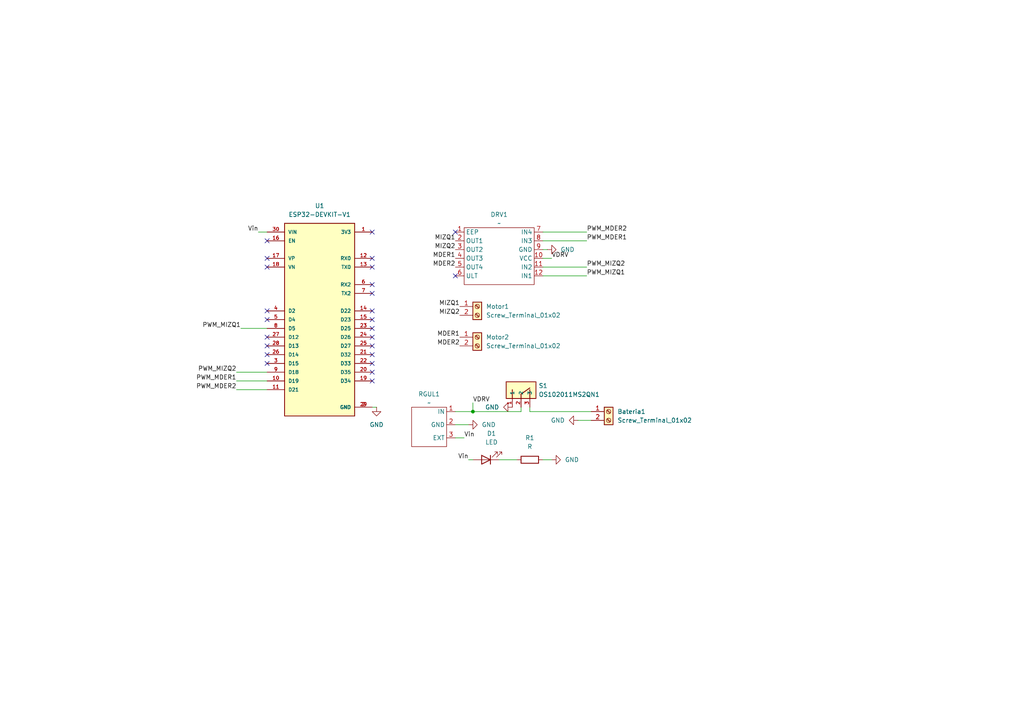
<source format=kicad_sch>
(kicad_sch (version 20250114) (generator "eeschema") (generator_version "9.0")
  (paper "A4")
  (lib_symbols
    (symbol "Connector:Screw_Terminal_01x02" (pin_names (offset 1.016) (hide yes))
      (property "Reference" "J" (at 0 2.54 0))
      (property "Value" "Screw_Terminal_01x02" (at 0 -5.08 0))
      (symbol "Screw_Terminal_01x02_1_1"
        (rectangle (start -1.27 1.27) (end 1.27 -3.81) (stroke (width 0.254)) (fill (type background)))
        (polyline (pts (xy -0.5334 0.3302) (xy 0.3302 -0.508)) (stroke (width 0.1524)))
        (polyline (pts (xy -0.5334 -2.2098) (xy 0.3302 -3.048)) (stroke (width 0.1524)))
        (polyline (pts (xy -0.3556 0.508) (xy 0.508 -0.3302)) (stroke (width 0.1524)))
        (polyline (pts (xy -0.3556 -2.032) (xy 0.508 -2.8702)) (stroke (width 0.1524)))
        (circle (center 0 0) (radius 0.635) (stroke (width 0.1524)))
        (circle (center 0 -2.54) (radius 0.635) (stroke (width 0.1524)))
        (pin passive line (at -5.08 0 0) (length 3.81) (name "Pin_1") (number "1"))
        (pin passive line (at -5.08 -2.54 0) (length 3.81) (name "Pin_2") (number "2"))
      )
    )
    (symbol "DRV_8833:DRV8833"
      (property "Reference" "DRV" (at 0 0 0))
      (symbol "DRV8833_0_1"
        (rectangle (start -10.16 5.08) (end 10.16 -11.43))
      )
      (symbol "DRV8833_1_1"
        (pin input line (at -12.7 3.81 0) (length 2.54) (name "EEP") (number "1"))
        (pin input line (at -12.7 1.27 0) (length 2.54) (name "OUT1") (number "2"))
        (pin input line (at -12.7 -1.27 0) (length 2.54) (name "OUT2") (number "3"))
        (pin input line (at -12.7 -3.81 0) (length 2.54) (name "OUT3") (number "4"))
        (pin input line (at -12.7 -6.35 0) (length 2.54) (name "OUT4") (number "5"))
        (pin input line (at -12.7 -8.89 0) (length 2.54) (name "ULT") (number "6"))
        (pin input line (at 12.7 3.81 180) (length 2.54) (name "IN4") (number "7"))
        (pin input line (at 12.7 1.27 180) (length 2.54) (name "IN3") (number "8"))
        (pin input line (at 12.7 -1.27 180) (length 2.54) (name "GND") (number "9"))
        (pin input line (at 12.7 -3.81 180) (length 2.54) (name "VCC") (number "10"))
        (pin input line (at 12.7 -6.35 180) (length 2.54) (name "IN2") (number "11"))
        (pin input line (at 12.7 -8.89 180) (length 2.54) (name "IN1") (number "12"))
      )
    )
    (symbol "Device:LED" (pin_numbers (hide yes)) (pin_names (offset 1.016) (hide yes))
      (property "Reference" "D" (at 0 2.54 0))
      (property "Value" "LED" (at 0 -2.54 0))
      (symbol "LED_0_1"
        (polyline (pts (xy -3.048 -0.762) (xy -4.572 -2.286) (xy -3.81 -2.286) (xy -4.572 -2.286) (xy -4.572 -1.524)))
        (polyline (pts (xy -1.778 -0.762) (xy -3.302 -2.286) (xy -2.54 -2.286) (xy -3.302 -2.286) (xy -3.302 -1.524)))
        (polyline (pts (xy -1.27 0) (xy 1.27 0)))
        (polyline (pts (xy -1.27 -1.27) (xy -1.27 1.27)) (stroke (width 0.254)))
        (polyline (pts (xy 1.27 -1.27) (xy 1.27 1.27) (xy -1.27 0) (xy 1.27 -1.27)) (stroke (width 0.254)))
      )
      (symbol "LED_1_1"
        (pin passive line (at -3.81 0 0) (length 2.54) (name "K") (number "1"))
        (pin passive line (at 3.81 0 180) (length 2.54) (name "A") (number "2"))
      )
    )
    (symbol "Device:R" (pin_numbers (hide yes)) (pin_names (offset 0))
      (property "Reference" "R" (at 2.032 0 90))
      (property "Value" "R" (at 0 0 90))
      (symbol "R_0_1"
        (rectangle (start -1.016 -2.54) (end 1.016 2.54) (stroke (width 0.254)))
      )
      (symbol "R_1_1"
        (pin passive line (at 0 3.81 270) (length 1.27) (name "~") (number "1"))
        (pin passive line (at 0 -3.81 90) (length 1.27) (name "~") (number "2"))
      )
    )
    (symbol "ESP32-DEVKIT-V1:ESP32-DEVKIT-V1" (pin_names (offset 1.016))
      (property "Reference" "U" (at -10.16 30.48 0))
      (property "Value" "ESP32-DEVKIT-V1" (at -10.16 -30.48 0))
      (symbol "ESP32-DEVKIT-V1_0_0"
        (rectangle (start -10.16 -27.94) (end 10.16 27.94) (stroke (width 0.254)) (fill (type background)))
        (pin input line (at -15.24 25.4 0) (length 5.08) (name "VIN") (number "30"))
        (pin input line (at -15.24 22.86 0) (length 5.08) (name "EN") (number "16"))
        (pin bidirectional line (at -15.24 17.78 0) (length 5.08) (name "VP") (number "17"))
        (pin bidirectional line (at -15.24 15.24 0) (length 5.08) (name "VN") (number "18"))
        (pin bidirectional line (at -15.24 2.54 0) (length 5.08) (name "D2") (number "4"))
        (pin bidirectional line (at -15.24 0 0) (length 5.08) (name "D4") (number "5"))
        (pin bidirectional line (at -15.24 -2.54 0) (length 5.08) (name "D5") (number "8"))
        (pin bidirectional line (at -15.24 -5.08 0) (length 5.08) (name "D12") (number "27"))
        (pin bidirectional line (at -15.24 -7.62 0) (length 5.08) (name "D13") (number "28"))
        (pin bidirectional line (at -15.24 -10.16 0) (length 5.08) (name "D14") (number "26"))
        (pin bidirectional line (at -15.24 -12.7 0) (length 5.08) (name "D15") (number "3"))
        (pin bidirectional line (at -15.24 -15.24 0) (length 5.08) (name "D18") (number "9"))
        (pin bidirectional line (at -15.24 -17.78 0) (length 5.08) (name "D19") (number "10"))
        (pin bidirectional line (at -15.24 -20.32 0) (length 5.08) (name "D21") (number "11"))
        (pin output line (at 15.24 25.4 180) (length 5.08) (name "3V3") (number "1"))
        (pin input line (at 15.24 17.78 180) (length 5.08) (name "RX0") (number "12"))
        (pin output line (at 15.24 15.24 180) (length 5.08) (name "TX0") (number "13"))
        (pin input line (at 15.24 10.16 180) (length 5.08) (name "RX2") (number "6"))
        (pin output line (at 15.24 7.62 180) (length 5.08) (name "TX2") (number "7"))
        (pin bidirectional line (at 15.24 2.54 180) (length 5.08) (name "D22") (number "14"))
        (pin bidirectional line (at 15.24 0 180) (length 5.08) (name "D23") (number "15"))
        (pin bidirectional line (at 15.24 -2.54 180) (length 5.08) (name "D25") (number "23"))
        (pin bidirectional line (at 15.24 -5.08 180) (length 5.08) (name "D26") (number "24"))
        (pin bidirectional line (at 15.24 -7.62 180) (length 5.08) (name "D27") (number "25"))
        (pin bidirectional line (at 15.24 -10.16 180) (length 5.08) (name "D32") (number "21"))
        (pin bidirectional line (at 15.24 -12.7 180) (length 5.08) (name "D33") (number "22"))
        (pin bidirectional line (at 15.24 -15.24 180) (length 5.08) (name "D35") (number "20"))
        (pin bidirectional line (at 15.24 -17.78 180) (length 5.08) (name "D34") (number "19"))
        (pin power_in line (at 15.24 -25.4 180) (length 5.08) (name "GND") (number "2"))
        (pin power_in line (at 15.24 -25.4 180) (length 5.08) (name "GND") (number "29"))
      )
    )
    (symbol "OS102011MS2QN1:OS102011MS2QN1" (pin_names (offset 1.016))
      (property "Reference" "S" (at -2.5411 5.0822 0))
      (property "Value" "OS102011MS2QN1" (at -2.544 -7.6319 0))
      (symbol "OS102011MS2QN1_0_0"
        (polyline (pts (xy -2.54 2.54) (xy 0 2.54)) (stroke (width 0.254)))
        (polyline (pts (xy -2.54 0) (xy -1.27 0)) (stroke (width 0.254)))
        (polyline (pts (xy -2.54 -2.54) (xy 0 -2.54)) (stroke (width 0.254)))
        (rectangle (start -2.54 -4.318) (end 2.286 4.318) (stroke (width 0.254)) (fill (type background)))
        (polyline (pts (xy -1.27 0) (xy 0.508 -2.54)) (stroke (width 0.254)))
        (pin passive line (at -5.08 2.54 0) (length 2.54) (name "1") (number "1"))
        (pin passive line (at -5.08 0 0) (length 2.54) (name "2") (number "2"))
        (pin passive line (at -5.08 -2.54 0) (length 2.54) (name "3") (number "3"))
      )
    )
    (symbol "Regulador:Regulador"
      (property "Reference" "RGUL" (at 0 6.858 0))
      (symbol "Regulador_1_1"
        (rectangle (start -5.08 5.08) (end 5.08 -6.35))
        (pin input line (at 7.62 3.81 180) (length 2.54) (name "IN") (number "1"))
        (pin input line (at 7.62 0 180) (length 2.54) (name "GND") (number "2"))
        (pin output line (at 7.62 -3.81 180) (length 2.54) (name "EXT") (number "3"))
      )
    )
    (symbol "power:GND" (power) (pin_numbers (hide yes)) (pin_names (offset 0) (hide yes))
      (property "Value" "GND" (at 0 -3.81 0))
      (symbol "GND_0_1"
        (polyline (pts (xy 0 0) (xy 0 -1.27) (xy 1.27 -1.27) (xy 0 -2.54) (xy -1.27 -1.27) (xy 0 -1.27)))
      )
      (symbol "GND_1_1"
        (pin power_in line (at 0 0 270) (length 0) (name "~") (number "1"))
      )
    )
  )
  (junction (at 137.16 119.38))
  (no_connect (at 107.95 102.87))
  (no_connect (at 107.95 74.93))
  (no_connect (at 107.95 90.17))
  (no_connect (at 107.95 107.95))
  (no_connect (at 77.47 105.41))
  (no_connect (at 77.47 97.79))
  (no_connect (at 77.47 102.87))
  (no_connect (at 107.95 92.71))
  (no_connect (at 107.95 95.25))
  (no_connect (at 107.95 110.49))
  (no_connect (at 107.95 97.79))
  (no_connect (at 107.95 85.09))
  (no_connect (at 77.47 77.47))
  (no_connect (at 77.47 74.93))
  (no_connect (at 107.95 77.47))
  (no_connect (at 132.08 67.31))
  (no_connect (at 132.08 80.01))
  (no_connect (at 77.47 92.71))
  (no_connect (at 107.95 67.31))
  (no_connect (at 77.47 69.85))
  (no_connect (at 77.47 100.33))
  (no_connect (at 107.95 82.55))
  (no_connect (at 77.47 90.17))
  (no_connect (at 107.95 100.33))
  (no_connect (at 107.95 105.41))
  (wire (pts (xy 69.85 95.25) (xy 77.47 95.25)))
  (wire (pts (xy 170.18 80.01) (xy 157.48 80.01)))
  (wire (pts (xy 107.95 118.11) (xy 109.22 118.11)))
  (wire (pts (xy 68.58 107.95) (xy 77.47 107.95)))
  (wire (pts (xy 170.18 67.31) (xy 157.48 67.31)))
  (wire (pts (xy 144.78 133.35) (xy 149.86 133.35)))
  (wire (pts (xy 135.89 123.19) (xy 132.08 123.19)))
  (wire (pts (xy 157.48 74.93) (xy 160.02 74.93)))
  (wire (pts (xy 171.45 121.92) (xy 167.64 121.92)))
  (wire (pts (xy 134.62 127) (xy 132.08 127)))
  (wire (pts (xy 151.13 118.11) (xy 151.13 119.38)))
  (wire (pts (xy 132.08 119.38) (xy 137.16 119.38)))
  (wire (pts (xy 68.58 110.49) (xy 77.47 110.49)))
  (wire (pts (xy 153.67 119.38) (xy 153.67 118.11)))
  (wire (pts (xy 157.48 72.39) (xy 158.75 72.39)))
  (wire (pts (xy 170.18 77.47) (xy 157.48 77.47)))
  (wire (pts (xy 74.93 67.31) (xy 77.47 67.31)))
  (wire (pts (xy 160.02 133.35) (xy 157.48 133.35)))
  (wire (pts (xy 137.16 119.38) (xy 151.13 119.38)))
  (wire (pts (xy 68.58 113.03) (xy 77.47 113.03)))
  (wire (pts (xy 137.16 116.84) (xy 137.16 119.38)))
  (wire (pts (xy 135.89 133.35) (xy 137.16 133.35)))
  (wire (pts (xy 170.18 69.85) (xy 157.48 69.85)))
  (wire (pts (xy 153.67 119.38) (xy 171.45 119.38)))
  (label "VDRV" (at 137.16 116.84 0))
  (label "MDER1" (at 132.08 74.93 180))
  (label "PWM_MIZQ2" (at 68.58 107.95 180))
  (label "MIZQ2" (at 132.08 72.39 180))
  (label "MDER2" (at 132.08 77.47 180))
  (label "PWM_MIZQ2" (at 170.18 77.47 0))
  (label "PWM_MDER1" (at 68.58 110.49 180))
  (label "PWM_MDER2" (at 68.58 113.03 180))
  (label "MIZQ1" (at 133.35 88.9 180))
  (label "Vin" (at 74.93 67.31 180))
  (label "PWM_MDER2" (at 170.18 67.31 0))
  (label "Vin" (at 135.89 133.35 180))
  (label "Vin" (at 134.62 127 0))
  (label "PWM_MDER1" (at 170.18 69.85 0))
  (label "MDER2" (at 133.35 100.33 180))
  (label "MIZQ1" (at 132.08 69.85 180))
  (label "MDER1" (at 133.35 97.79 180))
  (label "PWM_MIZQ1" (at 170.18 80.01 0))
  (label "PWM_MIZQ1" (at 69.85 95.25 180))
  (label "VDRV" (at 160.02 74.93 0))
  (label "MIZQ2" (at 133.35 91.44 180))
  (symbol (lib_id "power:GND") (at 167.64 121.92 270) (unit 1)
    (property "Reference" "#PWR04" (effects (hide yes)))
    (property "Value" "GND" (at 163.83 121.9199 90) (effects (justify right)))
    (property "Description" "Power symbol creates a global label with name \"GND\" , ground" (effects (hide yes)))
  )
  (symbol (lib_id "power:GND") (at 135.89 123.19 90) (unit 1)
    (property "Reference" "#PWR01" (effects (hide yes)))
    (property "Value" "GND" (at 139.7 123.1899 90) (effects (justify right)))
    (property "Description" "Power symbol creates a global label with name \"GND\" , ground" (effects (hide yes)))
  )
  (symbol (lib_id "Connector:Screw_Terminal_01x02") (at 138.43 97.79 0) (unit 1)
    (property "Reference" "Motor2" (at 140.97 97.7899 0) (effects (justify left)))
    (property "Value" "Screw_Terminal_01x02" (at 140.97 100.3299 0) (effects (justify left)))
    (property "Footprint" "Connector_Molex:Molex_KK-254_AE-6410-02A_1x02_P2.54mm_Vertical" (effects (hide yes)))
    (property "Description" "Generic screw terminal, single row, 01x02, script generated (kicad-library-utils/schlib/autogen/connector/)" (effects (hide yes)))
  )
  (symbol (lib_id "Connector:Screw_Terminal_01x02") (at 176.53 119.38 0) (unit 1)
    (property "Reference" "Bateria1" (at 179.07 119.3799 0) (effects (justify left)))
    (property "Value" "Screw_Terminal_01x02" (at 179.07 121.9199 0) (effects (justify left)))
    (property "Footprint" "Connector_Molex:Molex_KK-254_AE-6410-02A_1x02_P2.54mm_Vertical" (effects (hide yes)))
    (property "Description" "Generic screw terminal, single row, 01x02, script generated (kicad-library-utils/schlib/autogen/connector/)" (effects (hide yes)))
  )
  (symbol (lib_id "power:GND") (at 148.59 118.11 270) (unit 1)
    (property "Reference" "#PWR06" (effects (hide yes)))
    (property "Value" "GND" (at 144.78 118.1099 90) (effects (justify right)))
    (property "Description" "Power symbol creates a global label with name \"GND\" , ground" (effects (hide yes)))
  )
  (symbol (lib_id "power:GND") (at 160.02 133.35 90) (unit 1)
    (property "Reference" "#PWR05" (effects (hide yes)))
    (property "Value" "GND" (at 163.83 133.3499 90) (effects (justify right)))
    (property "Description" "Power symbol creates a global label with name \"GND\" , ground" (effects (hide yes)))
  )
  (symbol (lib_id "ESP32-DEVKIT-V1:ESP32-DEVKIT-V1") (at 92.71 92.71 0) (unit 1)
    (property "Reference" "U1" (at 92.71 59.69 0))
    (property "Value" "ESP32-DEVKIT-V1" (at 92.71 62.23 0))
    (property "Footprint" "ESP32-DEVKIT-V1:MODULE_ESP32_DEVKIT_V1" (effects (hide yes)))
    (property "MF" "Do it" (effects (hide yes)))
    (property "MAXIMUM_PACKAGE_HEIGHT" "6.8 mm" (effects (hide yes)))
    (property "Package" "None" (effects (hide yes)))
    (property "Price" "None" (effects (hide yes)))
    (property "Check_prices" "https://www.snapeda.com/parts/ESP32-DEVKIT-V1/Do+it/view-part/?ref=eda" (effects (hide yes)))
    (property "STANDARD" "Manufacturer Recommendations" (effects (hide yes)))
    (property "PARTREV" "N/A" (effects (hide yes)))
    (property "SnapEDA_Link" "https://www.snapeda.com/parts/ESP32-DEVKIT-V1/Do+it/view-part/?ref=snap" (effects (hide yes)))
    (property "MP" "ESP32-DEVKIT-V1" (effects (hide yes)))
    (property "Description_1" "Dual core, Wi-Fi: 2.4 GHz up to 150 Mbits/s,BLE (Bluetooth Low Energy) and legacy Bluetooth, 32 bits, Up to 240 MHz" (effects (hide yes)))
    (property "Availability" "Not in stock" (effects (hide yes)))
    (property "MANUFACTURER" "DOIT" (effects (hide yes)))
  )
  (symbol (lib_id "Device:R") (at 153.67 133.35 90) (unit 1)
    (property "Reference" "R1" (at 153.67 127 90))
    (property "Value" "R" (at 153.67 129.54 90))
    (property "Footprint" "Resistor_THT:R_Axial_DIN0207_L6.3mm_D2.5mm_P7.62mm_Horizontal" (effects (hide yes)))
    (property "Description" "Resistor" (effects (hide yes)))
  )
  (symbol (lib_id "power:GND") (at 158.75 72.39 90) (unit 1)
    (property "Reference" "#PWR03" (effects (hide yes)))
    (property "Value" "GND" (at 162.56 72.3899 90) (effects (justify right)))
    (property "Description" "Power symbol creates a global label with name \"GND\" , ground" (effects (hide yes)))
  )
  (symbol (lib_id "Device:LED") (at 140.97 133.35 180) (unit 1)
    (property "Reference" "D1" (at 142.5575 125.73 0))
    (property "Value" "LED" (at 142.5575 128.27 0))
    (property "Footprint" "LED_THT:LED_D3.0mm" (effects (hide yes)))
    (property "Description" "Light emitting diode" (effects (hide yes)))
    (property "Sim.Pins" "1=K 2=A" (effects (hide yes)))
  )
  (symbol (lib_id "Regulador:Regulador") (at 124.46 123.19 0) (unit 1)
    (property "Reference" "RGUL1" (at 124.46 114.3 0))
    (property "Value" "~" (at 124.46 116.84 0))
    (property "Footprint" "Regulador:RGUL1" (effects (hide yes)))
  )
  (symbol (lib_id "Connector:Screw_Terminal_01x02") (at 138.43 88.9 0) (unit 1)
    (property "Reference" "Motor1" (at 140.97 88.8999 0) (effects (justify left)))
    (property "Value" "Screw_Terminal_01x02" (at 140.97 91.4399 0) (effects (justify left)))
    (property "Footprint" "Connector_Molex:Molex_KK-254_AE-6410-02A_1x02_P2.54mm_Vertical" (effects (hide yes)))
    (property "Description" "Generic screw terminal, single row, 01x02, script generated (kicad-library-utils/schlib/autogen/connector/)" (effects (hide yes)))
  )
  (symbol (lib_id "power:GND") (at 109.22 118.11 0) (unit 1)
    (property "Reference" "#PWR02" (effects (hide yes)))
    (property "Value" "GND" (at 109.22 123.19 0))
    (property "Description" "Power symbol creates a global label with name \"GND\" , ground" (effects (hide yes)))
  )
  (symbol (lib_id "DRV_8833:DRV8833") (at 144.78 71.12 0) (unit 1)
    (property "Reference" "DRV1" (at 144.78 62.23 0))
    (property "Value" "~" (at 144.78 64.77 0))
    (property "Footprint" "DRV_8833:DRV_8833" (effects (hide yes)))
  )
  (symbol (lib_id "OS102011MS2QN1:OS102011MS2QN1") (at 151.13 113.03 90) (unit 1)
    (property "Reference" "S1" (at 156.21 111.8869 90) (effects (justify right)))
    (property "Value" "OS102011MS2QN1" (at 156.21 114.4269 90) (effects (justify right)))
    (property "Footprint" "OS102011MS2QN1:SW_OS102011MS2QN1" (effects (hide yes)))
    (property "MF" "C&K" (effects (hide yes)))
    (property "Description_1" "Switch,Slide,Mini,SPDT,ON-ON,Non-Shorting(BBM),100mA,12VDC,ThruHole,PC Pin | C&K OS102011MS2QN1" (effects (hide yes)))
    (property "Package" "None" (effects (hide yes)))
    (property "Price" "None" (effects (hide yes)))
    (property "Check_prices" "https://www.snapeda.com/parts/OS102011MS2QN1/C%2526K/view-part/?ref=eda" (effects (hide yes)))
    (property "STANDARD" "MANUFACTURER RECOMMENDATIONS" (effects (hide yes)))
    (property "SnapEDA_Link" "https://www.snapeda.com/parts/OS102011MS2QN1/C%2526K/view-part/?ref=snap" (effects (hide yes)))
    (property "MP" "OS102011MS2QN1" (effects (hide yes)))
    (property "Availability" "In Stock" (effects (hide yes)))
    (property "MANUFACTURER" "C&K" (effects (hide yes)))
  )
)
</source>
